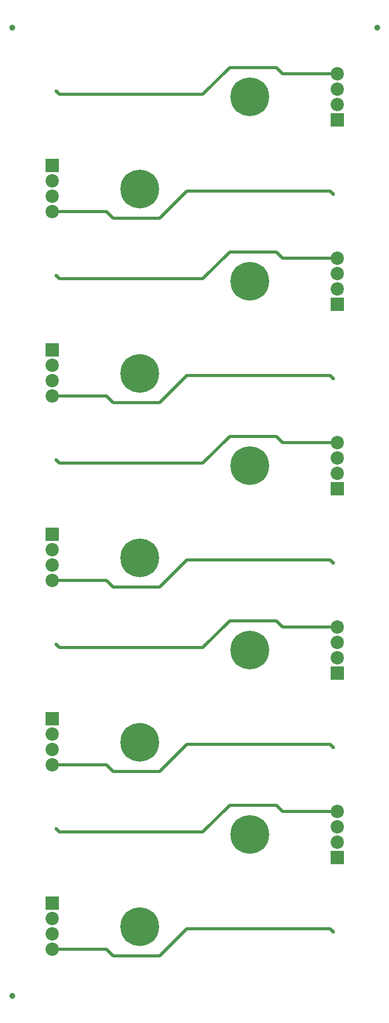
<source format=gbl>
G04 #@! TF.GenerationSoftware,KiCad,Pcbnew,6.0.2+dfsg-1*
G04 #@! TF.CreationDate,2024-06-30T21:45:31-06:00*
G04 #@! TF.ProjectId,ckt-signal-array,636b742d-7369-4676-9e61-6c2d61727261,rev?*
G04 #@! TF.SameCoordinates,Original*
G04 #@! TF.FileFunction,Copper,L2,Bot*
G04 #@! TF.FilePolarity,Positive*
%FSLAX46Y46*%
G04 Gerber Fmt 4.6, Leading zero omitted, Abs format (unit mm)*
G04 Created by KiCad (PCBNEW 6.0.2+dfsg-1) date 2024-06-30 21:45:31*
%MOMM*%
%LPD*%
G01*
G04 APERTURE LIST*
G04 #@! TA.AperFunction,ComponentPad*
%ADD10R,2.200000X2.200000*%
G04 #@! TD*
G04 #@! TA.AperFunction,ComponentPad*
%ADD11C,2.200000*%
G04 #@! TD*
G04 #@! TA.AperFunction,ComponentPad*
%ADD12C,6.400000*%
G04 #@! TD*
G04 #@! TA.AperFunction,SMDPad,CuDef*
%ADD13C,1.000000*%
G04 #@! TD*
G04 #@! TA.AperFunction,ViaPad*
%ADD14C,0.609600*%
G04 #@! TD*
G04 #@! TA.AperFunction,Conductor*
%ADD15C,0.508000*%
G04 #@! TD*
G04 APERTURE END LIST*
D10*
X172058500Y-68265000D03*
D11*
X172058500Y-65725000D03*
X172058500Y-63185000D03*
X172058500Y-60645000D03*
D12*
X139419500Y-171130000D03*
X139419500Y-79690000D03*
D10*
X172058500Y-159705000D03*
D11*
X172058500Y-157165000D03*
X172058500Y-154625000D03*
X172058500Y-152085000D03*
D12*
X157580500Y-94930000D03*
D10*
X124941500Y-167315000D03*
D11*
X124941500Y-169855000D03*
X124941500Y-172395000D03*
X124941500Y-174935000D03*
D10*
X172058500Y-98745000D03*
D11*
X172058500Y-96205000D03*
X172058500Y-93665000D03*
X172058500Y-91125000D03*
D12*
X139419500Y-110170000D03*
D10*
X124941500Y-45395000D03*
D11*
X124941500Y-47935000D03*
X124941500Y-50475000D03*
X124941500Y-53015000D03*
D12*
X139419500Y-140650000D03*
D10*
X172058500Y-37785000D03*
D11*
X172058500Y-35245000D03*
X172058500Y-32705000D03*
X172058500Y-30165000D03*
D10*
X124941500Y-136835000D03*
D11*
X124941500Y-139375000D03*
X124941500Y-141915000D03*
X124941500Y-144455000D03*
D10*
X124941500Y-106355000D03*
D11*
X124941500Y-108895000D03*
X124941500Y-111435000D03*
X124941500Y-113975000D03*
D12*
X157580500Y-155890000D03*
D10*
X124941500Y-75875000D03*
D11*
X124941500Y-78415000D03*
X124941500Y-80955000D03*
X124941500Y-83495000D03*
D12*
X157580500Y-64450000D03*
D10*
X172058500Y-129225000D03*
D11*
X172058500Y-126685000D03*
X172058500Y-124145000D03*
X172058500Y-121605000D03*
D12*
X157580500Y-125410000D03*
X157580500Y-33970000D03*
X139419500Y-49210000D03*
D13*
X118337500Y-182560000D03*
X118337500Y-22540000D03*
X178662500Y-22540000D03*
D14*
X125576500Y-33081000D03*
X171423500Y-50099000D03*
X125576500Y-63561000D03*
X171423500Y-80579000D03*
X125576500Y-94041000D03*
X171423500Y-111059000D03*
X125576500Y-124521000D03*
X171423500Y-141539000D03*
X125576500Y-155001000D03*
X171423500Y-172019000D03*
D15*
X163046500Y-30165000D02*
X172058500Y-30165000D01*
X154278500Y-29144000D02*
X162025500Y-29144000D01*
X126084500Y-33589000D02*
X149833500Y-33589000D01*
X162025500Y-29144000D02*
X163046500Y-30165000D01*
X149833500Y-33589000D02*
X154278500Y-29144000D01*
X125576500Y-33081000D02*
X126084500Y-33589000D01*
X133953500Y-53015000D02*
X124941500Y-53015000D01*
X142721500Y-54036000D02*
X134974500Y-54036000D01*
X170915500Y-49591000D02*
X147166500Y-49591000D01*
X134974500Y-54036000D02*
X133953500Y-53015000D01*
X147166500Y-49591000D02*
X142721500Y-54036000D01*
X171423500Y-50099000D02*
X170915500Y-49591000D01*
X163046500Y-60645000D02*
X172058500Y-60645000D01*
X154278500Y-59624000D02*
X162025500Y-59624000D01*
X126084500Y-64069000D02*
X149833500Y-64069000D01*
X162025500Y-59624000D02*
X163046500Y-60645000D01*
X149833500Y-64069000D02*
X154278500Y-59624000D01*
X125576500Y-63561000D02*
X126084500Y-64069000D01*
X133953500Y-83495000D02*
X124941500Y-83495000D01*
X142721500Y-84516000D02*
X134974500Y-84516000D01*
X170915500Y-80071000D02*
X147166500Y-80071000D01*
X134974500Y-84516000D02*
X133953500Y-83495000D01*
X147166500Y-80071000D02*
X142721500Y-84516000D01*
X171423500Y-80579000D02*
X170915500Y-80071000D01*
X163046500Y-91125000D02*
X172058500Y-91125000D01*
X154278500Y-90104000D02*
X162025500Y-90104000D01*
X126084500Y-94549000D02*
X149833500Y-94549000D01*
X162025500Y-90104000D02*
X163046500Y-91125000D01*
X149833500Y-94549000D02*
X154278500Y-90104000D01*
X125576500Y-94041000D02*
X126084500Y-94549000D01*
X133953500Y-113975000D02*
X124941500Y-113975000D01*
X142721500Y-114996000D02*
X134974500Y-114996000D01*
X170915500Y-110551000D02*
X147166500Y-110551000D01*
X134974500Y-114996000D02*
X133953500Y-113975000D01*
X147166500Y-110551000D02*
X142721500Y-114996000D01*
X171423500Y-111059000D02*
X170915500Y-110551000D01*
X163046500Y-121605000D02*
X172058500Y-121605000D01*
X154278500Y-120584000D02*
X162025500Y-120584000D01*
X126084500Y-125029000D02*
X149833500Y-125029000D01*
X162025500Y-120584000D02*
X163046500Y-121605000D01*
X149833500Y-125029000D02*
X154278500Y-120584000D01*
X125576500Y-124521000D02*
X126084500Y-125029000D01*
X133953500Y-144455000D02*
X124941500Y-144455000D01*
X142721500Y-145476000D02*
X134974500Y-145476000D01*
X170915500Y-141031000D02*
X147166500Y-141031000D01*
X134974500Y-145476000D02*
X133953500Y-144455000D01*
X147166500Y-141031000D02*
X142721500Y-145476000D01*
X171423500Y-141539000D02*
X170915500Y-141031000D01*
X163046500Y-152085000D02*
X172058500Y-152085000D01*
X154278500Y-151064000D02*
X162025500Y-151064000D01*
X126084500Y-155509000D02*
X149833500Y-155509000D01*
X162025500Y-151064000D02*
X163046500Y-152085000D01*
X149833500Y-155509000D02*
X154278500Y-151064000D01*
X125576500Y-155001000D02*
X126084500Y-155509000D01*
X133953500Y-174935000D02*
X124941500Y-174935000D01*
X142721500Y-175956000D02*
X134974500Y-175956000D01*
X170915500Y-171511000D02*
X147166500Y-171511000D01*
X134974500Y-175956000D02*
X133953500Y-174935000D01*
X147166500Y-171511000D02*
X142721500Y-175956000D01*
X171423500Y-172019000D02*
X170915500Y-171511000D01*
M02*

</source>
